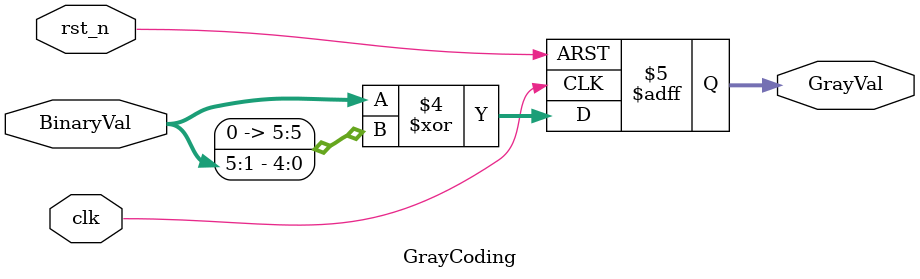
<source format=v>
module GrayCoding #(parameter ADDR_WIDTH = 5)(
	input                      clk,
	input                      rst_n,
	input       [ADDR_WIDTH:0] BinaryVal,
	output reg  [ADDR_WIDTH:0] GrayVal
);

 
always @(negedge rst_n or posedge clk) begin
     if (~rst_n) begin
        GrayVal <= 0;
    end
    else begin
            GrayVal <= BinaryVal ^ (BinaryVal >> 1);
    end
end

//   genvar i;
//   assign GrayVal [ADDR_WIDTH] = BinaryVal [ADDR_WIDTH];
//   
//   generate 
//   for (i = ADDR_WIDTH-1; i>=0 ; i = i - 1) begin
//       assign GrayVal [i] = BinaryVal[i]^BinaryVal[i+1];
//   end
//   endgenerate 
   
	
endmodule : GrayCoding

</source>
